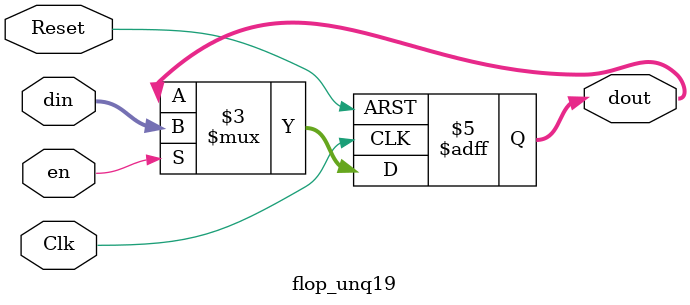
<source format=sv>

/* *****************************************************************************
 * File: flop.vp
 * 
 * Description:
 * Genesis2 flip-flop generator.
 * 
 * Required Genesis2 Controlable Parameters:
 * * Type		- Constant, Flop, RFlop, EFlop, or REFlop
 * * Width		- integer value specifying register width
 * * Default		- default value for the flop 
 *			 (only applies when flop_type=constant|rflop|reflop)
 * * SyncMode		- Sync or ASync flop * Change bar:
 * 
 * 
 * -----------
 * Date          Author   Description
 * Mar 30, 2010  shacham  init version  --  
 * May 20, 2014  jingpu   Add Async mode, change to active low reset
 * 
 * ****************************************************************************/


/*******************************************************************************
 * REQUIRED PARAMETERIZATION
 ******************************************************************************/
// Type (_GENESIS2_INHERITANCE_PRIORITY_) = REFlop
//
// Default (_GENESIS2_INHERITANCE_PRIORITY_) = 0x100
//
// Width (_GENESIS2_INHERITANCE_PRIORITY_) = 22
//
// SyncMode (_GENESIS2_DECLARATION_PRIORITY_) = ASync
//

module flop_unq19(
	       //inputs
	       input wire logic 		   Clk,
	       input wire logic [21:0]  din,
	       input wire logic 		   Reset,
	       input wire logic 		   en,

	       //outputs
	       output logic [21:0] dout
	       );


   /* synopsys dc_tcl_script_begin
    set_dont_retime [current_design] true
    set_optimize_registers false -design [current_design]
    */
   


   
   always_ff @(posedge Clk or negedge Reset) begin
      if (!Reset) 
	dout <= 22'h100;
      else if (en)
	dout <= din;
   end

endmodule : flop_unq19

</source>
